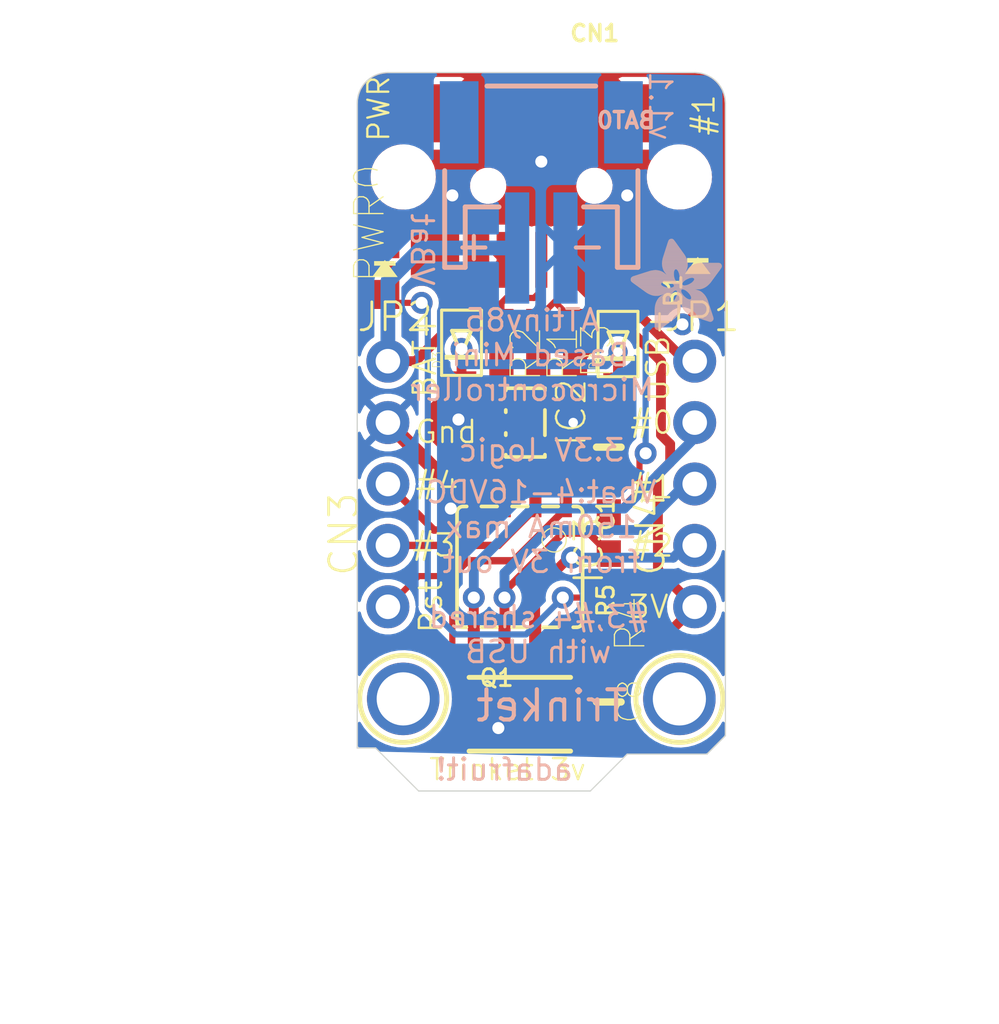
<source format=kicad_pcb>
(kicad_pcb (version 20221018) (generator pcbnew)
  (layers (0 "F.Cu" signal) (1 "In1.Cu" signal) (2 "In2.Cu" signal) (3 "In3.Cu" signal) (4 "In4.Cu" signal) (5 "In5.Cu" signal) (6 "In6.Cu" signal) (7 "In7.Cu" signal) (8 "In8.Cu" signal) (9 "In9.Cu" signal) (10 "In10.Cu" signal) (11 "In11.Cu" signal) (12 "In12.Cu" signal) (13 "In13.Cu" signal) (14 "In14.Cu" signal) (31 "B.Cu" signal) (34 "B.Paste" user) (35 "F.Paste" user) (36 "B.SilkS" user "B.Silkscreen") (37 "F.SilkS" user "F.Silkscreen") (38 "B.Mask" user) (39 "F.Mask" user) (44 "Edge.Cuts" user))
  (net 0 "")
  (net 1 "GND")
  (net 2 "+3V3")
  (net 3 "D+")
  (net 4 "D-")
  (net 5 "VBUS")
  (net 6 "B0")
  (net 7 "B2")
  (net 8 "B1")
  (net 9 "N$6")
  (net 10 "VBAT")
  (net 11 "N$7")
  (net 12 "RESET")
  (net 13 "B3")
  (net 14 "B4")
  (net 15 "N$1")
  (footprint "working:SOD-123FL" (layer "F.Cu") (at 151.6761 101.3714 90)
    (fp_text reference "D2" (at -1.1 -1 90) (layer "F.SilkS") (effects (font (size 0.376489 0.376489) (thickness 0.029911)) (justify left)))
    (fp_text value "SCHOTTKY")
    (pad "A" smd rect (at 1.6375 0 90) (size 0.91 1.22) (layers "F.Cu" "F.Paste" "F.Mask") (net 5 "VBUS"))
    (pad "C" smd rect (at -1.6375 0 90) (size 0.91 1.22) (layers "F.Cu" "F.Paste" "F.Mask") (net 11 "N$7"))
  )
  (footprint "working:0603-NO" (layer "F.Cu") (at 151.2951 109.1946 -90)
    (fp_text reference "R5" (at 2.032 0.127 90) (layer "F.SilkS") (effects (font (size 0.692831 0.692831) (thickness 0.119969)) (justify right)))
    (fp_text value "470 (0603)")
    (pad "1" smd rect (at -0.85 0 270) (size 1.1 1) (layers "F.Cu" "F.Paste" "F.Mask") (net 15 "N$1"))
    (pad "2" smd rect (at 0.85 0 270) (size 1.1 1) (layers "F.Cu" "F.Paste" "F.Mask") (net 8 "B1"))
  )
  (footprint "working:1X04-CLEANBIG" (layer "F.Cu") (at 142.1511 108.4326 90)
    (fp_text reference "CN3" (at -2.6162 -1.8288 90) (layer "F.SilkS") (effects (font (size 1.1557 1.1557) (thickness 0.1143)) (justify left)))
    (fp_text value "1X4-CLEANBIG" hide)
    (pad "1" thru_hole circle (at -3.81 0 180) (size 1.778 1.778) (drill 1.016) (layers "*.Cu" "*.Mask") (net 12 "RESET"))
    (pad "2" thru_hole circle (at -1.27 0 180) (size 1.778 1.778) (drill 1.016) (layers "*.Cu" "*.Mask") (net 13 "B3"))
    (pad "3" thru_hole circle (at 1.27 0 180) (size 1.778 1.778) (drill 1.016) (layers "*.Cu" "*.Mask") (net 14 "B4"))
    (pad "4" thru_hole circle (at 3.81 0 180) (size 1.778 1.778) (drill 1.016) (layers "*.Cu" "*.Mask") (net 1 "GND"))
  )
  (footprint "working:0603-NO" (layer "F.Cu") (at 149.8981 101.3206 -90)
    (fp_text reference "R3" (at -0.889 -0.889 90) (layer "F.SilkS") (effects (font (size 1.21668 1.21668) (thickness 0.05332)) (justify right)))
    (fp_text value "1.5K (0603)")
    (pad "1" smd rect (at -0.85 0 270) (size 1.1 1) (layers "F.Cu" "F.Paste" "F.Mask") (net 4 "D-"))
    (pad "2" smd rect (at 0.85 0 270) (size 1.1 1) (layers "F.Cu" "F.Paste" "F.Mask") (net 2 "+3V3"))
  )
  (footprint "working:USB-MINIB" (layer "F.Cu") (at 148.5011 93.8276 180)
    (fp_text reference "CN1" (at -3.31 5.699 180) (layer "F.SilkS") (effects (font (size 0.666496 0.666496) (thickness 0.146304)) (justify right top)))
    (fp_text value "")
    (pad "" np_thru_hole circle (at -2.2 -1 180) (size 1 1) (drill 1) (layers "*.Cu" "*.Mask"))
    (pad "" np_thru_hole circle (at 2.2 -1 180) (size 1 1) (drill 1) (layers "*.Cu" "*.Mask"))
    (pad "D+" smd rect (at 0 -4.064) (size 0.5 2.308) (layers "F.Cu" "F.Paste" "F.Mask") (net 3 "D+"))
    (pad "D-" smd rect (at -0.8 -4.064) (size 0.5 2.308) (layers "F.Cu" "F.Paste" "F.Mask") (net 4 "D-"))
    (pad "GND" smd rect (at 1.6 -4.064) (size 0.5 2.308) (layers "F.Cu" "F.Paste" "F.Mask") (net 1 "GND"))
    (pad "GND1" smd rect (at -4.4 2 180) (size 2 2.4) (layers "F.Cu" "F.Paste" "F.Mask") (net 1 "GND"))
    (pad "GND2" smd rect (at -4.4 -3.5 180) (size 2 2.4) (layers "F.Cu" "F.Paste" "F.Mask") (net 1 "GND"))
    (pad "GND3" smd rect (at 4.4 -3.5 180) (size 2 2.4) (layers "F.Cu" "F.Paste" "F.Mask") (net 1 "GND"))
    (pad "GND4" smd rect (at 4.4 2 180) (size 2 2.4) (layers "F.Cu" "F.Paste" "F.Mask") (net 1 "GND"))
    (pad "ID" smd rect (at 0.8 -4.064) (size 0.5 2.308) (layers "F.Cu" "F.Paste" "F.Mask"))
    (pad "VBUS" smd rect (at -1.6 -4.064) (size 0.5 2.308) (layers "F.Cu" "F.Paste" "F.Mask") (net 5 "VBUS"))
  )
  (footprint "working:0805-NO" (layer "F.Cu") (at 151.2951 116.1796 -90)
    (fp_text reference "C8" (at -1 -0.875 90) (layer "F.SilkS") (effects (font (size 0.96268 0.96268) (thickness 0.05332)) (justify right)))
    (fp_text value "10uF")
    (pad "1" smd rect (at -0.95 0 270) (size 1.3 1.5) (layers "F.Cu" "F.Paste" "F.Mask") (net 2 "+3V3"))
    (pad "2" smd rect (at 0.95 0 270) (size 1.3 1.5) (layers "F.Cu" "F.Paste" "F.Mask") (net 1 "GND"))
  )
  (footprint "working:MOUNTINGHOLE_2.0_PLATED" (layer "F.Cu") (at 154.2161 116.0526)
    (fp_text reference "U$9" hide)
    (fp_text value "MOUNTINGHOLE2.0" hide)
    (pad "P$1" thru_hole circle (at 0 0) (size 3 3) (drill 2.2) (layers "*.Cu" "*.Mask"))
    (zone (net 0) (net_name "") (layer "F.Cu") (connect_pads (clearance 0)) (min_thickness 0.25)
      (keepout (tracks not_allowed) (vias not_allowed) (pads not_allowed) (copperpour not_allowed) (footprints allowed))
      (fill (thermal_gap 0.5) (thermal_bridge_width 0.5))
      (polygon (pts (xy 156.2321 116.0526) (xy 156.21248 115.772027) (xy 156.154004 115.496915) (xy 156.057808 115.232619) (xy 155.925765 114.984283) (xy 155.760446 114.75674) (xy 155.565067 114.55442) (xy 155.343433 114.38126) (xy 155.099856 114.240631) (xy 154.839078 114.13527) (xy 154.566175 114.067228) (xy 154.286457 114.037828) (xy 154.005371 114.047644) (xy 153.728385 114.096484) (xy 153.460893 114.183397) (xy 153.2081 114.306693) (xy 152.974926 114.46397) (xy 152.765911 114.652169) (xy 152.585122 114.867625) (xy 152.436078 115.106145) (xy 152.32168 115.363087) (xy 152.244154 115.63345) (xy 152.205011 115.911971) (xy 152.205011 116.193229) (xy 152.244154 116.47175) (xy 152.32168 116.742113) (xy 152.436078 116.999055) (xy 152.585122 117.237575) (xy 152.765911 117.453031) (xy 152.974926 117.64123) (xy 153.2081 117.798507) (xy 153.460893 117.921803) (xy 153.728385 118.008716) (xy 154.005371 118.057556) (xy 154.286457 118.067372) (xy 154.566175 118.037972) (xy 154.839078 117.96993) (xy 155.099856 117.864569) (xy 155.343433 117.72394) (xy 155.565067 117.55078) (xy 155.760446 117.34846) (xy 155.925765 117.120917) (xy 156.057808 116.872581) (xy 156.154004 116.608285) (xy 156.21248 116.333173)))
      (polygon (pts (xy 154.2001 116.0526) (xy 154.204786 116.063914) (xy 154.2161 116.0686) (xy 154.227414 116.063914) (xy 154.2321 116.0526) (xy 154.227414 116.041286) (xy 154.2161 116.0366) (xy 154.204786 116.041286)))
    )
    (zone (net 0) (net_name "") (layer "B.Cu") (connect_pads (clearance 0)) (min_thickness 0.25)
      (keepout (tracks not_allowed) (vias not_allowed) (pads not_allowed) (copperpour not_allowed) (footprints allowed))
      (fill (thermal_gap 0.5) (thermal_bridge_width 0.5))
      (polygon (pts (xy 156.2321 116.0526) (xy 156.21248 115.772027) (xy 156.154004 115.496915) (xy 156.057808 115.232619) (xy 155.925765 114.984283) (xy 155.760446 114.75674) (xy 155.565067 114.55442) (xy 155.343433 114.38126) (xy 155.099856 114.240631) (xy 154.839078 114.13527) (xy 154.566175 114.067228) (xy 154.286457 114.037828) (xy 154.005371 114.047644) (xy 153.728385 114.096484) (xy 153.460893 114.183397) (xy 153.2081 114.306693) (xy 152.974926 114.46397) (xy 152.765911 114.652169) (xy 152.585122 114.867625) (xy 152.436078 115.106145) (xy 152.32168 115.363087) (xy 152.244154 115.63345) (xy 152.205011 115.911971) (xy 152.205011 116.193229) (xy 152.244154 116.47175) (xy 152.32168 116.742113) (xy 152.436078 116.999055) (xy 152.585122 117.237575) (xy 152.765911 117.453031) (xy 152.974926 117.64123) (xy 153.2081 117.798507) (xy 153.460893 117.921803) (xy 153.728385 118.008716) (xy 154.005371 118.057556) (xy 154.286457 118.067372) (xy 154.566175 118.037972) (xy 154.839078 117.96993) (xy 155.099856 117.864569) (xy 155.343433 117.72394) (xy 155.565067 117.55078) (xy 155.760446 117.34846) (xy 155.925765 117.120917) (xy 156.057808 116.872581) (xy 156.154004 116.608285) (xy 156.21248 116.333173)))
      (polygon (pts (xy 154.2001 116.0526) (xy 154.204786 116.063914) (xy 154.2161 116.0686) (xy 154.227414 116.063914) (xy 154.2321 116.0526) (xy 154.227414 116.041286) (xy 154.2161 116.0366) (xy 154.204786 116.041286)))
    )
  )
  (footprint "working:FIDUCIAL_1MM" (layer "F.Cu") (at 148.0566 116.4336)
    (fp_text reference "U$6" hide)
    (fp_text value "FIDUCIAL" hide)
    (pad "1" smd roundrect (at 0 0) (size 1 1) (layers "F.Cu") (roundrect_rratio 0.5))
    (zone (net 0) (net_name "") (layer "F.Cu") (connect_pads (clearance 0)) (min_thickness 0.25)
      (keepout (tracks not_allowed) (vias not_allowed) (pads not_allowed) (copperpour not_allowed) (footprints allowed))
      (fill (thermal_gap 0.5) (thermal_bridge_width 0.5))
      (polygon (pts (xy 147.0566 116.4336) (xy 147.0566 116.4336) (xy 147.075815 116.62869) (xy 147.13272 116.816283) (xy 147.22513 116.98917) (xy 147.349493 117.140707) (xy 147.50103 117.26507) (xy 147.673917 117.35748) (xy 148.0566 117.4336) (xy 148.0566 117.4336) (xy 148.25169 117.414385) (xy 148.439283 117.35748) (xy 148.61217 117.26507) (xy 148.763707 117.140707) (xy 148.88807 116.98917) (xy 148.98048 116.816283) (xy 149.0566 116.4336) (xy 149.0566 116.4336) (xy 149.037385 116.23851) (xy 148.98048 116.050917) (xy 148.88807 115.87803) (xy 148.763707 115.726493) (xy 148.61217 115.60213) (xy 148.439283 115.50972) (xy 148.0566 115.4336) (xy 148.0566 115.4336) (xy 147.86151 115.452815) (xy 147.673917 115.50972) (xy 147.50103 115.60213) (xy 147.349493 115.726493) (xy 147.22513 115.87803) (xy 147.13272 116.050917)))
    )
  )
  (footprint "working:CHIPLED_0805_NOOUTLINE" (layer "F.Cu") (at 142.0241 98.2726)
    (fp_text reference "PWR0" (at -0.635 0.635 90) (layer "F.SilkS") (effects (font (size 1.21668 1.21668) (thickness 0.05332)) (justify left)))
    (fp_text value "green")
    (pad "A" smd rect (at 0 1.05) (size 1.2 1.2) (layers "F.Cu" "F.Paste" "F.Mask") (net 9 "N$6"))
    (pad "C" smd rect (at 0 -1.05) (size 1.2 1.2) (layers "F.Cu" "F.Paste" "F.Mask") (net 1 "GND"))
  )
  (footprint "working:CHIPLED_0805_NOOUTLINE" (layer "F.Cu") (at 154.9781 98.1456)
    (fp_text reference "B1" (at -1.016 1.778 90) (layer "F.SilkS") (effects (font (size 0.692831 0.692831) (thickness 0.119969)) (justify left)))
    (fp_text value "red")
    (pad "A" smd rect (at 0 1.05) (size 1.2 1.2) (layers "F.Cu" "F.Paste" "F.Mask") (net 15 "N$1"))
    (pad "C" smd rect (at 0 -1.05) (size 1.2 1.2) (layers "F.Cu" "F.Paste" "F.Mask") (net 1 "GND"))
  )
  (footprint "working:0603-NO" (layer "F.Cu") (at 151.2951 112.6236 -90)
    (fp_text reference "R4" (at -0.889 -0.889 90) (layer "F.SilkS") (effects (font (size 1.21668 1.21668) (thickness 0.05332)) (justify right)))
    (fp_text value "470 (0603)")
    (pad "1" smd rect (at -0.85 0 270) (size 1.1 1) (layers "F.Cu" "F.Paste" "F.Mask") (net 9 "N$6"))
    (pad "2" smd rect (at 0.85 0 270) (size 1.1 1) (layers "F.Cu" "F.Paste" "F.Mask") (net 2 "+3V3"))
  )
  (footprint "working:1X01-CLEANBIG" (layer "F.Cu") (at 154.8511 102.0826)
    (fp_text reference "JP1" (at -1.3462 -1.8288) (layer "F.SilkS") (effects (font (size 1.1557 1.1557) (thickness 0.1143)) (justify left)))
    (fp_text value "")
    (pad "1" thru_hole circle (at 0 0) (size 1.778 1.778) (drill 1.016) (layers "*.Cu" "*.Mask") (net 5 "VBUS"))
  )
  (footprint "working:BTN_KMR2_4.6X2.8" (layer "F.Cu") (at 147.6121 116.6876)
    (fp_text reference "Q1" (at -1.732 -1.503) (layer "F.SilkS") (effects (font (size 0.692831 0.692831) (thickness 0.119969)) (justify left)))
    (fp_text value "reset")
    (pad "A" smd rect (at 2.05 -0.8) (size 0.9 1) (layers "F.Cu" "F.Paste" "F.Mask") (net 12 "RESET"))
    (pad "A'" smd rect (at -2.05 -0.8) (size 0.9 1) (layers "F.Cu" "F.Paste" "F.Mask") (net 12 "RESET"))
    (pad "B" smd rect (at 2.05 0.8) (size 0.9 1) (layers "F.Cu" "F.Paste" "F.Mask") (net 1 "GND"))
    (pad "B'" smd rect (at -2.05 0.8) (size 0.9 1) (layers "F.Cu" "F.Paste" "F.Mask") (net 1 "GND"))
  )
  (footprint "working:0603-NO" (layer "F.Cu") (at 146.8501 101.3206 -90)
    (fp_text reference "R2" (at -0.762 -1.016 90) (layer "F.SilkS") (effects (font (size 1.21668 1.21668) (thickness 0.05332)) (justify right)))
    (fp_text value "68 (0603)")
    (pad "1" smd rect (at -0.85 0 270) (size 1.1 1) (layers "F.Cu" "F.Paste" "F.Mask") (net 3 "D+"))
    (pad "2" smd rect (at 0.85 0 270) (size 1.1 1) (layers "F.Cu" "F.Paste" "F.Mask") (net 14 "B4"))
  )
  (footprint "working:SOT23-5L" (layer "F.Cu") (at 147.8407 104.6226 -90)
    (fp_text reference "IC2" (at -1.905 -1.905 90) (layer "F.SilkS") (effects (font (size 1.176528 1.176528) (thickness 0.093472)) (justify right)))
    (fp_text value "MIC5225-3.3v")
    (pad "1" smd rect (at -0.95 1.3 270) (size 0.55 1.2) (layers "F.Cu" "F.Paste" "F.Mask") (net 11 "N$7"))
    (pad "2" smd rect (at 0 1.3 270) (size 0.55 1.2) (layers "F.Cu" "F.Paste" "F.Mask") (net 1 "GND"))
    (pad "3" smd rect (at 0.95 1.3 270) (size 0.55 1.2) (layers "F.Cu" "F.Paste" "F.Mask") (net 11 "N$7"))
    (pad "4" smd rect (at 0.95 -1.3 270) (size 0.55 1.2) (layers "F.Cu" "F.Paste" "F.Mask"))
    (pad "5" smd rect (at -0.95 -1.3 270) (size 0.55 1.2) (layers "F.Cu" "F.Paste" "F.Mask") (net 2 "+3V3"))
  )
  (footprint "working:SOIC8" (layer "F.Cu") (at 147.6121 110.5916 180)
    (fp_text reference "IC3" (at -2.8575 2.159 90) (layer "F.SilkS") (effects (font (size 1.1557 1.1557) (thickness 0.1143)) (justify right)))
    (fp_text value "ATTINY85-20S")
    (pad "1" smd rect (at -1.905 3.154 180) (size 0.5 2.2) (layers "F.Cu" "F.Paste" "F.Mask") (net 12 "RESET"))
    (pad "2" smd rect (at -0.645 3.154 180) (size 0.5 2.2) (layers "F.Cu" "F.Paste" "F.Mask") (net 13 "B3"))
    (pad "3" smd rect (at 0.625 3.154 180) (size 0.5 2.2) (layers "F.Cu" "F.Paste" "F.Mask") (net 14 "B4"))
    (pad "4" smd rect (at 1.895 3.154 180) (size 0.5 2.2) (layers "F.Cu" "F.Paste" "F.Mask") (net 1 "GND"))
    (pad "5" smd rect (at 1.905 -3.154 180) (size 0.5 2.2) (layers "F.Cu" "F.Paste" "F.Mask") (net 6 "B0"))
    (pad "6" smd rect (at 0.635 -3.154 180) (size 0.5 2.2) (layers "F.Cu" "F.Paste" "F.Mask") (net 8 "B1"))
    (pad "7" smd rect (at -0.635 -3.154 180) (size 0.5 2.2) (layers "F.Cu" "F.Paste" "F.Mask") (net 7 "B2"))
    (pad "8" smd rect (at -1.905 -3.154 180) (size 0.5 2.2) (layers "F.Cu" "F.Paste" "F.Mask") (net 2 "+3V3"))
  )
  (footprint "working:1X04-CLEANBIG" (layer "F.Cu") (at 154.8511 108.4326 90)
    (fp_text reference "CN4" (at -2.6162 -1.8288 90) (layer "F.SilkS") (effects (font (size 1.1557 1.1557) (thickness 0.1143)) (justify left)))
    (fp_text value "1X4-CLEANBIG" hide)
    (pad "1" thru_hole circle (at -3.81 0 180) (size 1.778 1.778) (drill 1.016) (layers "*.Cu" "*.Mask") (net 2 "+3V3"))
    (pad "2" thru_hole circle (at -1.27 0 180) (size 1.778 1.778) (drill 1.016) (layers "*.Cu" "*.Mask") (net 7 "B2"))
    (pad "3" thru_hole circle (at 1.27 0 180) (size 1.778 1.778) (drill 1.016) (layers "*.Cu" "*.Mask") (net 8 "B1"))
    (pad "4" thru_hole circle (at 3.81 0 180) (size 1.778 1.778) (drill 1.016) (layers "*.Cu" "*.Mask") (net 6 "B0"))
  )
  (footprint "working:SOD-123FL" (layer "F.Cu") (at 145.1991 101.3206 90)
    (fp_text reference "D3" (at -1.1 -1 90) (layer "F.SilkS") (effects (font (size 0.376489 0.376489) (thickness 0.029911)) (justify left)))
    (fp_text value "SCHOTTKY")
    (pad "A" smd rect (at 1.6375 0 90) (size 0.91 1.22) (layers "F.Cu" "F.Paste" "F.Mask") (net 10 "VBAT"))
    (pad "C" smd rect (at -1.6375 0 90) (size 0.91 1.22) (layers "F.Cu" "F.Paste" "F.Mask") (net 11 "N$7"))
  )
  (footprint "" (layer "F.Cu") (at 154.2161 94.4626)
    (fp_text reference "@HOLE1" hide)
    (fp_text value "" (at 0 0) (layer "F.SilkS") (effects (font (size 1.27 1.27))))
    (pad "" np_thru_hole circle (at 0 0) (size 2.2 2.2) (drill 2.2) (layers "*.Cu" "*.Mask"))
  )
  (footprint "working:0805-NO" (layer "F.Cu") (at 151.2951 105.6386 -90)
    (fp_text reference "C1" (at 2.032 0.127 90) (layer "F.SilkS") (effects (font (size 0.692831 0.692831) (thickness 0.119969)) (justify right)))
    (fp_text value "10uF")
    (pad "1" smd rect (at -0.95 0 270) (size 1.3 1.5) (layers "F.Cu" "F.Paste" "F.Mask") (net 11 "N$7"))
    (pad "2" smd rect (at 0.95 0 270) (size 1.3 1.5) (layers "F.Cu" "F.Paste" "F.Mask") (net 1 "GND"))
  )
  (footprint "working:1X01-CLEANBIG" (layer "F.Cu") (at 142.1511 102.0826)
    (fp_text reference "JP2" (at -1.3462 -1.8288) (layer "F.SilkS") (effects (font (size 1.1557 1.1557) (thickness 0.1143)) (justify left)))
    (fp_text value "")
    (pad "1" thru_hole circle (at 0 0) (size 1.778 1.778) (drill 1.016) (layers "*.Cu" "*.Mask") (net 10 "VBAT"))
  )
  (footprint "working:0603-NO" (layer "F.Cu") (at 148.3741 101.3206 -90)
    (fp_text reference "R1" (at -0.762 -1.016 90) (layer "F.SilkS") (effects (font (size 1.21668 1.21668) (thickness 0.05332)) (justify right)))
    (fp_text value "68 (0603)")
    (pad "1" smd rect (at -0.85 0 270) (size 1.1 1) (layers "F.Cu" "F.Paste" "F.Mask") (net 4 "D-"))
    (pad "2" smd rect (at 0.85 0 270) (size 1.1 1) (layers "F.Cu" "F.Paste" "F.Mask") (net 13 "B3"))
  )
  (footprint "working:FIDUCIAL_1MM" (layer "F.Cu") (at 148.5011 91.1606)
    (fp_text reference "U$1" hide)
    (fp_text value "FIDUCIAL" hide)
    (pad "1" smd roundrect (at 0 0) (size 1 1) (layers "F.Cu") (roundrect_rratio 0.5))
    (zone (net 0) (net_name "") (layer "F.Cu") (connect_pads (clearance 0)) (min_thickness 0.25)
      (keepout (tracks not_allowed) (vias not_allowed) (pads not_allowed) (copperpour not_allowed) (footprints allowed))
      (fill (thermal_gap 0.5) (thermal_bridge_width 0.5))
      (polygon (pts (xy 147.5011 91.1606) (xy 147.5011 91.1606) (xy 147.520315 91.35569) (xy 147.57722 91.543283) (xy 147.66963 91.71617) (xy 147.793993 91.867707) (xy 147.94553 91.99207) (xy 148.118417 92.08448) (xy 148.5011 92.1606) (xy 148.5011 92.1606) (xy 148.69619 92.141385) (xy 148.883783 92.08448) (xy 149.05667 91.99207) (xy 149.208207 91.867707) (xy 149.33257 91.71617) (xy 149.42498 91.543283) (xy 149.5011 91.1606) (xy 149.5011 91.1606) (xy 149.481885 90.96551) (xy 149.42498 90.777917) (xy 149.33257 90.60503) (xy 149.208207 90.453493) (xy 149.05667 90.32913) (xy 148.883783 90.23672) (xy 148.5011 90.1606) (xy 148.5011 90.1606) (xy 148.30601 90.179815) (xy 148.118417 90.23672) (xy 147.94553 90.32913) (xy 147.793993 90.453493) (xy 147.66963 90.60503) (xy 147.57722 90.777917)))
    )
  )
  (footprint "" (layer "F.Cu") (at 142.7861 94.4626)
    (fp_text reference "@HOLE0" hide)
    (fp_text value "" (at 0 0) (layer "F.SilkS") (effects (font (size 1.27 1.27))))
    (pad "" np_thru_hole circle (at 0 0) (size 2.2 2.2) (drill 2.2) (layers "*.Cu" "*.Mask"))
  )
  (footprint "working:MOUNTINGHOLE_2.0_PLATED" (layer "F.Cu") (at 142.7861 116.0526)
    (fp_text reference "U$8" hide)
    (fp_text value "MOUNTINGHOLE2.0" hide)
    (pad "P$1" thru_hole circle (at 0 0) (size 3 3) (drill 2.2) (layers "*.Cu" "*.Mask"))
    (zone (net 0) (net_name "") (layer "F.Cu") (connect_pads (clearance 0)) (min_thickness 0.25)
      (keepout (tracks not_allowed) (vias not_allowed) (pads not_allowed) (copperpour not_allowed) (footprints allowed))
      (fill (thermal_gap 0.5) (thermal_bridge_width 0.5))
      (polygon (pts (xy 144.8021 116.0526) (xy 144.78248 115.772027) (xy 144.724004 115.496915) (xy 144.627808 115.232619) (xy 144.495765 114.984283) (xy 144.330446 114.75674) (xy 144.135067 114.55442) (xy 143.913433 114.38126) (xy 143.669856 114.240631) (xy 143.409078 114.13527) (xy 143.136175 114.067228) (xy 142.856457 114.037828) (xy 142.575371 114.047644) (xy 142.298385 114.096484) (xy 142.030893 114.183397) (xy 141.7781 114.306693) (xy 141.544926 114.46397) (xy 141.335911 114.652169) (xy 141.155122 114.867625) (xy 141.006078 115.106145) (xy 140.89168 115.363087) (xy 140.814154 115.63345) (xy 140.775011 115.911971) (xy 140.775011 116.193229) (xy 140.814154 116.47175) (xy 140.89168 116.742113) (xy 141.006078 116.999055) (xy 141.155122 117.237575) (xy 141.335911 117.453031) (xy 141.544926 117.64123) (xy 141.7781 117.798507) (xy 142.030893 117.921803) (xy 142.298385 118.008716) (xy 142.575371 118.057556) (xy 142.856457 118.067372) (xy 143.136175 118.037972) (xy 143.409078 117.96993) (xy 143.669856 117.864569) (xy 143.913433 117.72394) (xy 144.135067 117.55078) (xy 144.330446 117.34846) (xy 144.495765 117.120917) (xy 144.627808 116.872581) (xy 144.724004 116.608285) (xy 144.78248 116.333173)))
      (polygon (pts (xy 142.7701 116.0526) (xy 142.774786 116.063914) (xy 142.7861 116.0686) (xy 142.797414 116.063914) (xy 142.8021 116.0526) (xy 142.797414 116.041286) (xy 142.7861 116.0366) (xy 142.774786 116.041286)))
    )
    (zone (net 0) (net_name "") (layer "B.Cu") (connect_pads (clearance 0)) (min_thickness 0.25)
      (keepout (tracks not_allowed) (vias not_allowed) (pads not_allowed) (copperpour not_allowed) (footprints allowed))
      (fill (thermal_gap 0.5) (thermal_bridge_width 0.5))
      (polygon (pts (xy 144.8021 116.0526) (xy 144.78248 115.772027) (xy 144.724004 115.496915) (xy 144.627808 115.232619) (xy 144.495765 114.984283) (xy 144.330446 114.75674) (xy 144.135067 114.55442) (xy 143.913433 114.38126) (xy 143.669856 114.240631) (xy 143.409078 114.13527) (xy 143.136175 114.067228) (xy 142.856457 114.037828) (xy 142.575371 114.047644) (xy 142.298385 114.096484) (xy 142.030893 114.183397) (xy 141.7781 114.306693) (xy 141.544926 114.46397) (xy 141.335911 114.652169) (xy 141.155122 114.867625) (xy 141.006078 115.106145) (xy 140.89168 115.363087) (xy 140.814154 115.63345) (xy 140.775011 115.911971) (xy 140.775011 116.193229) (xy 140.814154 116.47175) (xy 140.89168 116.742113) (xy 141.006078 116.999055) (xy 141.155122 117.237575) (xy 141.335911 117.453031) (xy 141.544926 117.64123) (xy 141.7781 117.798507) (xy 142.030893 117.921803) (xy 142.298385 118.008716) (xy 142.575371 118.057556) (xy 142.856457 118.067372) (xy 143.136175 118.037972) (xy 143.409078 117.96993) (xy 143.669856 117.864569) (xy 143.913433 117.72394) (xy 144.135067 117.55078) (xy 144.330446 117.34846) (xy 144.495765 117.120917) (xy 144.627808 116.872581) (xy 144.724004 116.608285) (xy 144.78248 116.333173)))
      (polygon (pts (xy 142.7701 116.0526) (xy 142.774786 116.063914) (xy 142.7861 116.0686) (xy 142.797414 116.063914) (xy 142.8021 116.0526) (xy 142.797414 116.041286) (xy 142.7861 116.0366) (xy 142.774786 116.041286)))
    )
  )
  (footprint "working:JSTPH2" (layer "B.Cu") (at 148.5011 93.7006 180)
    (fp_text reference "BAT0" (at -2.2225 1.9685) (layer "B.SilkS") (effects (font (size 0.666496 0.666496) (thickness 0.146304)) (justify right top mirror)))
    (fp_text value "")
    (pad "1" smd rect (at -1 -3.7 180) (size 1 4.6) (layers "B.Cu" "B.Paste" "B.Mask") (net 1 "GND"))
    (pad "2" smd rect (at 1 -3.7 180) (size 1 4.6) (layers "B.Cu" "B.Paste" "B.Mask") (net 10 "VBAT"))
    (pad "NC1" smd rect (at -3.4 1.5 90) (size 3.4 1.6) (layers "B.Cu" "B.Paste" "B.Mask"))
    (pad "NC2" smd rect (at 3.4 1.5 90) (size 3.4 1.6) (layers "B.Cu" "B.Paste" "B.Mask"))
  )
  (footprint "working:ADAFRUIT_3.5MM" (layer "B.Cu") (at 155.9941 100.8126 180)
    (fp_text reference "U$5" hide)
    (fp_text value "" hide)
  )
  (gr_line (start 142.1511 90.1446) (end 154.8511 90.1446) (stroke (width 0.05)) (layer "Edge.Cuts"))
  (gr_arc (start 140.8811 91.4146) (mid 141.253074 90.516574) (end 142.1511 90.1446) (stroke (width 0.05)) (layer "Edge.Cuts"))
  (gr_line (start 155.3591 118.3386) (end 152.0571 118.3386) (stroke (width 0.05)) (layer "Edge.Cuts"))
  (gr_line (start 143.4211 119.8626) (end 141.6431 118.0846) (stroke (width 0.05)) (layer "Edge.Cuts"))
  (gr_line (start 156.1211 117.5766) (end 155.3591 118.3386) (stroke (width 0.05)) (layer "Edge.Cuts"))
  (gr_arc (start 154.8511 90.1446) (mid 155.749126 90.516574) (end 156.1211 91.4146) (stroke (width 0.05)) (layer "Edge.Cuts"))
  (gr_line (start 141.6431 118.0846) (end 140.8811 118.0846) (stroke (width 0.05)) (layer "Edge.Cuts"))
  (gr_line (start 152.0571 118.3386) (end 150.5331 119.8626) (stroke (width 0.05)) (layer "Edge.Cuts"))
  (gr_line (start 150.5331 119.8626) (end 143.4211 119.8626) (stroke (width 0.05)) (layer "Edge.Cuts"))
  (gr_line (start 156.1211 91.4146) (end 156.1211 117.5766) (stroke (width 0.05)) (layer "Edge.Cuts"))
  (gr_line (start 140.8811 118.0846) (end 140.8811 91.4146) (stroke (width 0.05)) (layer "Edge.Cuts"))
  (gr_text "-" (at 151.2951 98.0186) (layer "B.SilkS") (effects (font (size 1.251712 1.251712) (thickness 0.170688)) (justify left bottom mirror)))
  (gr_text "Vbat:4-16VDC\n150mA max\nfrom 3V out" (at 148.5011 108.9406) (layer "B.SilkS") (effects (font (size 0.89408 0.89408) (thickness 0.12192)) (justify mirror)))
  (gr_text "ATtiny85\nBased Mini \nMicrocontroller" (at 148.1201 101.8286) (layer "B.SilkS") (effects (font (size 0.89408 0.89408) (thickness 0.12192)) (justify mirror)))
  (gr_text "3.3V logic" (at 148.5011 105.7656) (layer "B.SilkS") (effects (font (size 0.89408 0.89408) (thickness 0.12192)) (justify mirror)))
  (gr_text "adafruit!" (at 146.9771 118.9736) (layer "B.SilkS") (effects (font (size 0.89408 0.89408) (thickness 0.12192)) (justify mirror)))
  (gr_text "VBat" (at 143.0401 99.0346 -90) (layer "B.SilkS") (effects (font (size 0.89408 0.89408) (thickness 0.12192)) (justify left bottom mirror)))
  (gr_text "#3,#4 shared\nwith USB" (at 148.3741 113.3856) (layer "B.SilkS") (effects (font (size 0.89408 0.89408) (thickness 0.12192)) (justify mirror)))
  (gr_text "+" (at 146.5961 98.0186) (layer "B.SilkS") (effects (font (size 1.251712 1.251712) (thickness 0.170688)) (justify left bottom mirror)))
  (gr_text "v1.1" (at 153.9621 90.0176 -90) (layer "B.SilkS") (effects (font (size 0.9144 0.9144) (thickness 0.1016)) (justify right top mirror)))
  (gr_text "Trinket" (at 152.1841 117.0686) (layer "B.SilkS") (effects (font (size 1.251712 1.251712) (thickness 0.170688)) (justify left bottom mirror)))
  (gr_text "#1" (at 155.7401 92.8116 90) (layer "F.SilkS") (effects (font (size 0.86868 0.86868) (thickness 0.09652)) (justify left bottom)))
  (gr_text "#1" (at 153.0731 107.2896) (layer "F.SilkS") (effects (font (size 0.9144 0.9144) (thickness 0.1016))))
  (gr_text "3V" (at 152.9461 112.2426) (layer "F.SilkS") (effects (font (size 0.9144 0.9144) (thickness 0.1016))))
  (gr_text "#3" (at 144.0561 109.7026) (layer "F.SilkS") (effects (font (size 0.9144 0.9144) (thickness 0.1016))))
  (gr_text "#4" (at 144.1831 107.1626) (layer "F.SilkS") (effects (font (size 0.9144 0.9144) (thickness 0.1016))))
  (gr_text "#0" (at 153.0731 104.6226) (layer "F.SilkS") (effects (font (size 0.9144 0.9144) (thickness 0.1016))))
  (gr_text "BAT+" (at 143.6751 101.8286 90) (layer "F.SilkS") (effects (font (size 0.9144 0.9144) (thickness 0.1016))))
  (gr_text "#2" (at 153.0731 109.7026) (layer "F.SilkS") (effects (font (size 0.9144 0.9144) (thickness 0.1016))))
  (gr_text "USB+" (at 153.3271 101.8286 90) (layer "F.SilkS") (effects (font (size 0.9144 0.9144) (thickness 0.1016))))
  (gr_text "Rst" (at 143.9291 112.2426 90) (layer "F.SilkS") (effects (font (size 0.9144 0.9144) (thickness 0.1016))))
  (gr_text "Gnd" (at 144.5641 105.0036) (layer "F.SilkS") (effects (font (size 0.9144 0.9144) (thickness 0.1016))))
  (gr_text "PWR" (at 142.2781 93.0656 90) (layer "F.SilkS") (effects (font (size 0.86868 0.86868) (thickness 0.09652)) (justify left bottom)))
  (gr_text "Trinket 3v" (at 147.1041 118.9736) (layer "F.SilkS") (effects (font (size 0.86868 0.86868) (thickness 0.09652))))
  (segment (start 149.6621 117.4876) (end 150.9371 117.4876) (width 0.4064) (layer "F.Cu") (net 1))
  (segment (start 145.7171 106.7916) (end 145.7171 107.4376) (width 0.3048) (layer "F.Cu") (net 1))
  (segment (start 150.9371 117.4876) (end 151.2951 117.1296) (width 0.4064) (layer "F.Cu") (net 1))
  (segment (start 146.7231 117.2591) (end 146.7231 117.4876) (width 0.254) (layer "F.Cu") (net 1))
  (segment (start 145.7171 107.4376) (end 145.7171 107.6806) (width 0.3048) (layer "F.Cu") (net 1))
  (segment (start 149.5171 117.6326) (end 149.6621 117.4876) (width 0.254) (layer "F.Cu") (net 1))
  (segment (start 146.7231 117.4876) (end 146.8756 117.6401) (width 0.254) (layer "F.Cu") (net 1))
  (segment (start 145.5621 117.4876) (end 146.7231 117.4876) (width 0.254) (layer "F.Cu") (net 1))
  (segment (start 144.8916 108.0416) (end 144.7546 108.1786) (width 0.3048) (layer "F.Cu") (net 1))
  (segment (start 145.1991 104.6226) (end 145.0721 104.4956) (width 0.4064) (layer "F.Cu") (net 1))
  (segment (start 142.1511 104.6226) (end 144.1831 106.6546) (width 0.6096) (layer "F.Cu") (net 1))
  (segment (start 150.8481 106.5886) (end 151.2951 106.5886) (width 0.254) (layer "F.Cu") (net 1))
  (segment (start 144.1831 106.6546) (end 145.5801 106.6546) (width 0.6096) (layer "F.Cu") (net 1))
  (segment (start 145.5801 106.6546) (end 145.7171 106.7916) (width 0.3048) (layer "F.Cu") (net 1))
  (segment (start 146.8756 117.6401) (end 149.5171 117.6401) (width 0.254) (layer "F.Cu") (net 1))
  (segment (start 146.5407 104.6226) (end 145.1991 104.6226) (width 0.4064) (layer "F.Cu") (net 1))
  (segment (start 149.8219 104.6226) (end 150.1521 104.9528) (width 0.254) (layer "F.Cu") (net 1))
  (segment (start 145.7171 108.0416) (end 144.8916 108.0416) (width 0.3048) (layer "F.Cu") (net 1))
  (segment (start 150.1521 105.8926) (end 150.8481 106.5886) (width 0.254) (layer "F.Cu") (net 1))
  (segment (start 149.5171 117.6401) (end 149.5171 117.6326) (width 0.254) (layer "F.Cu") (net 1))
  (segment (start 145.7171 107.6806) (end 145.7171 108.0416) (width 0.4064) (layer "F.Cu") (net 1))
  (segment (start 150.1521 104.9528) (end 150.1521 105.8926) (width 0.254) (layer "F.Cu") (net 1))
  (via (at 145.0721 104.4956) (size 0.9064) (drill 0.5) (layers "F.Cu" "B.Cu") (net 1))
  (via (at 144.8181 95.2246) (size 0.9064) (drill 0.5) (layers "F.Cu" "B.Cu") (net 1))
  (via (at 149.8219 104.6226) (size 0.8001) (drill 0.3937) (layers "F.Cu" "B.Cu") (net 1))
  (via (at 144.7546 108.1786) (size 0.9064) (drill 0.5) (layers "F.Cu" "B.Cu") (net 1))
  (via (at 152.0571 95.2246) (size 0.9064) (drill 0.5) (layers "F.Cu" "B.Cu") (net 1))
  (via (at 146.7231 117.2591) (size 0.9064) (drill 0.5) (layers "F.Cu" "B.Cu") (net 1))
  (via (at 148.5011 93.8276) (size 0.9064) (drill 0.5) (layers "F.Cu" "B.Cu") (net 1))
  (segment (start 149.5171 113.7456) (end 151.2501 113.7456) (width 0.4064) (layer "F.Cu") (net 2))
  (segment (start 151.2501 115.1846) (end 151.2951 115.2296) (width 0.4064) (layer "F.Cu") (net 2))
  (segment (start 153.4541 105.1306) (end 153.8351 105.5116) (width 0.4064) (layer "F.Cu") (net 2))
  (segment (start 149.1407 103.6726) (end 149.8981 103.6726) (width 0.4064) (layer "F.Cu") (net 2))
  (segment (start 149.8981 102.1706) (end 151.3831 100.6856) (width 0.4064) (layer "F.Cu") (net 2))
  (segment (start 153.8351 106.2736) (end 153.3271 106.7816) (width 0.4064) (layer "F.Cu") (net 2))
  (segment (start 152.0571 100.6856) (end 151.3831 100.6856) (width 0.4064) (layer "F.Cu") (net 2))
  (segment (start 151.2951 113.7006) (end 151.2951 113.4736) (width 0.254) (layer "F.Cu") (net 2))
  (segment (start 153.4541 102.0826) (end 153.4541 105.1306) (width 0.4064) (layer "F.Cu") (net 2))
  (segment (start 151.2501 113.7456) (end 151.2501 115.1846) (width 0.4064) (layer "F.Cu") (net 2))
  (segment (start 153.8351 105.5116) (end 153.8351 106.2736) (width 0.4064) (layer "F.Cu") (net 2))
  (segment (start 151.2951 113.4736) (end 153.6201 113.4736) (width 0.4064) (layer "F.Cu") (net 2))
  (segment (start 153.4541 102.0826) (end 152.0571 100.6856) (width 0.4064) (layer "F.Cu") (net 2))
  (segment (start 151.2501 113.7456) (end 151.2951 113.7006) (width 0.254) (layer "F.Cu") (net 2))
  (segment (start 153.3271 106.7816) (end 153.3271 110.7186) (width 0.4064) (layer "F.Cu") (net 2))
  (segment (start 153.3271 110.7186) (end 154.8511 112.2426) (width 0.4064) (layer "F.Cu") (net 2))
  (segment (start 153.6201 113.4736) (end 154.8511 112.2426) (width 0.4064) (layer "F.Cu") (net 2))
  (segment (start 149.8981 103.6726) (end 149.8981 102.1706) (width 0.4064) (layer "F.Cu") (net 2))
  (segment (start 147.0533 99.4664) (end 146.8501 99.6696) (width 0.254) (layer "F.Cu") (net 3))
  (segment (start 148.1963 99.4664) (end 147.0533 99.4664) (width 0.254) (layer "F.Cu") (net 3))
  (segment (start 146.8501 99.6696) (end 146.8501 100.4706) (width 0.254) (layer "F.Cu") (net 3))
  (segment (start 148.5011 99.1616) (end 148.1963 99.4664) (width 0.254) (layer "F.Cu") (net 3))
  (segment (start 148.5011 99.1616) (end 148.5011 97.8916) (width 0.254) (layer "F.Cu") (net 3))
  (segment (start 149.3011 99.3776) (end 149.3011 97.8916) (width 0.254) (layer "F.Cu") (net 4))
  (segment (start 149.8981 100.4706) (end 149.1361 99.7086) (width 0.254) (layer "F.Cu") (net 4))
  (segment (start 149.1361 99.7086) (end 149.1361 99.5426) (width 0.254) (layer "F.Cu") (net 4))
  (segment (start 148.3741 100.3046) (end 148.3741 100.4706) (width 0.254) (layer "F.Cu") (net 4))
  (segment (start 149.1361 99.5426) (end 148.3741 100.3046) (width 0.254) (layer "F.Cu") (net 4))
  (segment (start 149.3011 99.3776) (end 149.1361 99.5426) (width 0.254) (layer "F.Cu") (net 4))
  (segment (start 154.4701 102.0826) (end 152.1214 99.7339) (width 0.4064) (layer "F.Cu") (net 5))
  (segment (start 154.8511 102.0826) (end 154.4701 102.0826) (width 0.4064) (layer "F.Cu") (net 5))
  (segment (start 150.1011 98.9626) (end 150.1011 97.8916) (width 0.4064) (layer "F.Cu") (net 5))
  (segment (start 152.1214 99.7339) (end 151.6761 99.7339) (width 0.4064) (layer "F.Cu") (net 5))
  (segment (start 150.1011 98.9626) (end 150.8724 99.7339) (width 0.4064) (layer "F.Cu") (net 5))
  (segment (start 150.8724 99.7339) (end 151.6761 99.7339) (width 0.4064) (layer "F.Cu") (net 5))
  (segment (start 145.7071 113.7456) (end 145.7071 111.8616) (width 0.4064) (layer "F.Cu") (net 6))
  (via (at 145.7071 111.8616) (size 0.9064) (drill 0.5) (layers "F.Cu" "B.Cu") (net 6))
  (segment (start 148.1201 108.1786) (end 151.9301 108.1786) (width 0.4064) (layer "B.Cu") (net 6))
  (segment (start 151.9301 108.1786) (end 154.8511 105.2576) (width 0.4064) (layer "B.Cu") (net 6))
  (segment (start 154.8511 104.7496) (end 154.8511 104.6226) (width 0.4064) (layer "B.Cu") (net 6))
  (segment (start 154.8511 105.2576) (end 154.8511 104.6226) (width 0.4064) (layer "B.Cu") (net 6))
  (segment (start 145.7071 111.8616) (end 145.7071 110.5916) (width 0.4064) (layer "B.Cu") (net 6))
  (segment (start 145.7071 110.5916) (end 148.1201 108.1786) (width 0.4064) (layer "B.Cu") (net 6))
  (segment (start 149.6441 110.2106) (end 149.7711 110.2106) (width 0.4064) (layer "F.Cu") (net 7))
  (segment (start 148.2471 113.7456) (end 148.2471 111.6076) (width 0.4064) (layer "F.Cu") (net 7))
  (segment (start 148.2471 111.6076) (end 149.6441 110.2106) (width 0.4064) (layer "F.Cu") (net 7))
  (via (at 149.7711 110.2106) (size 0.9064) (drill 0.5) (layers "F.Cu" "B.Cu") (net 7))
  (segment (start 153.9621 110.2106) (end 154.4701 109.7026) (width 0.4064) (layer "B.Cu") (net 7))
  (segment (start 154.4701 109.7026) (end 154.8511 109.7026) (width 0.4064) (layer "B.Cu") (net 7))
  (segment (start 149.7711 110.2106) (end 153.9621 110.2106) (width 0.4064) (layer "B.Cu") (net 7))
  (segment (start 151.2951 110.0176) (end 151.2951 110.0446) (width 0.3048) (layer "F.Cu") (net 8))
  (segment (start 149.3901 109.1946) (end 146.9771 111.6076) (width 0.3048) (layer "F.Cu") (net 8))
  (segment (start 146.9771 113.7456) (end 146.9771 111.8616) (width 0.4064) (layer "F.Cu") (net 8))
  (segment (start 146.9771 111.6076) (end 146.9771 111.8616) (width 0.3048) (layer "F.Cu") (net 8))
  (segment (start 150.4721 109.1946) (end 151.2951 110.0176) (width 0.3048) (layer "F.Cu") (net 8))
  (segment (start 150.4721 109.1946) (end 149.3901 109.1946) (width 0.3048) (layer "F.Cu") (net 8))
  (via (at 146.9771 111.8616) (size 0.9064) (drill 0.5) (layers "F.Cu" "B.Cu") (net 8))
  (segment (start 146.9771 111.8616) (end 146.9771 110.8456) (width 0.4064) (layer "B.Cu") (net 8))
  (segment (start 154.4701 107.1626) (end 154.8511 107.1626) (width 0.4064) (layer "B.Cu") (net 8))
  (segment (start 152.5651 109.0676) (end 154.4701 107.1626) (width 0.4064) (layer "B.Cu") (net 8))
  (segment (start 148.7551 109.0676) (end 152.5651 109.0676) (width 0.4064) (layer "B.Cu") (net 8))
  (segment (start 146.9771 110.8456) (end 148.7551 109.0676) (width 0.4064) (layer "B.Cu") (net 8))
  (segment (start 151.2071 111.8616) (end 151.2951 111.7736) (width 0.254) (layer "F.Cu") (net 9))
  (segment (start 142.0581 99.3226) (end 142.4051 99.6696) (width 0.254) (layer "F.Cu") (net 9))
  (segment (start 149.3901 111.8616) (end 151.2071 111.8616) (width 0.254) (layer "F.Cu") (net 9))
  (segment (start 142.4051 99.6696) (end 143.5481 99.6696) (width 0.254) (layer "F.Cu") (net 9))
  (segment (start 142.0241 99.3226) (end 142.0581 99.3226) (width 0.254) (layer "F.Cu") (net 9))
  (via (at 149.3901 111.8616) (size 0.9064) (drill 0.5) (layers "F.Cu" "B.Cu") (net 9))
  (via (at 143.5481 99.6696) (size 0.9064) (drill 0.5) (layers "F.Cu" "B.Cu") (net 9))
  (segment (start 143.8021 112.2426) (end 143.8021 99.9236) (width 0.254) (layer "B.Cu") (net 9))
  (segment (start 143.5481 99.6696) (end 143.8021 99.9236) (width 0.254) (layer "B.Cu") (net 9))
  (segment (start 147.8661 113.3856) (end 144.9451 113.3856) (width 0.254) (layer "B.Cu") (net 9))
  (segment (start 149.3901 111.8616) (end 147.8661 113.3856) (width 0.254) (layer "B.Cu") (net 9))
  (segment (start 144.9451 113.3856) (end 143.8021 112.2426) (width 0.254) (layer "B.Cu") (net 9))
  (segment (start 145.1991 100.1776) (end 145.1991 99.6831) (width 0.4064) (layer "F.Cu") (net 10))
  (segment (start 142.1511 102.0826) (end 143.2941 102.0826) (width 0.4064) (layer "F.Cu") (net 10))
  (segment (start 143.2941 102.0826) (end 145.1991 100.1776) (width 0.4064) (layer "F.Cu") (net 10))
  (segment (start 147.5011 97.4006) (end 143.5311 97.4006) (width 0.6096) (layer "B.Cu") (net 10))
  (segment (start 142.1511 98.7806) (end 142.1511 102.0826) (width 0.6096) (layer "B.Cu") (net 10))
  (segment (start 143.5311 97.4006) (end 142.1511 98.7806) (width 0.6096) (layer "B.Cu") (net 10))
  (segment (start 145.0856 102.9581) (end 145.1991 102.9581) (width 0.4064) (layer "F.Cu") (net 11))
  (segment (start 145.9136 103.6726) (end 145.1991 102.9581) (width 0.4064) (layer "F.Cu") (net 11))
  (segment (start 146.5407 105.5726) (end 144.4371 105.5726) (width 0.4064) (layer "F.Cu") (net 11))
  (segment (start 145.1991 102.9581) (end 145.1991 101.5746) (width 0.4064) (layer "F.Cu") (net 11))
  (segment (start 144.4371 105.5726) (end 144.0561 105.1916) (width 0.4064) (layer "F.Cu") (net 11))
  (segment (start 144.0561 105.1916) (end 144.0561 103.9876) (width 0.4064) (layer "F.Cu") (net 11))
  (segment (start 151.6761 104.3076) (end 151.2951 104.6886) (width 0.4064) (layer "F.Cu") (net 11))
  (segment (start 151.6761 101.7016) (end 151.6761 103.0089) (width 0.4064) (layer "F.Cu") (net 11))
  (segment (start 144.0561 103.9876) (end 145.0856 102.9581) (width 0.4064) (layer "F.Cu") (net 11))
  (segment (start 151.6761 103.0089) (end 151.6761 104.3076) (width 0.4064) (layer "F.Cu") (net 11))
  (segment (start 146.5407 103.6726) (end 145.9136 103.6726) (width 0.4064) (layer "F.Cu") (net 11))
  (via (at 151.6761 101.7016) (size 0.8001) (drill 0.3937) (layers "F.Cu" "B.Cu") (net 11))
  (via (at 145.1991 101.5746) (size 0.9064) (drill 0.5) (layers "F.Cu" "B.Cu") (net 11))
  (segment (start 151.1681 102.2096) (end 145.1991 102.2096) (width 0.4064) (layer "B.Cu") (net 11))
  (segment (start 145.1991 102.2096) (end 145.1991 101.5746) (width 0.4064) (layer "B.Cu") (net 11))
  (segment (start 151.1681 102.2096) (end 151.6761 101.7016) (width 0.4064) (layer "B.Cu") (net 11))
  (segment (start 149.5171 108.1786) (end 149.5171 107.4376) (width 0.3048) (layer "F.Cu") (net 12))
  (segment (start 146.2226 115.2271) (end 149.0016 115.2271) (width 0.254) (layer "F.Cu") (net 12))
  (segment (start 145.5621 115.8876) (end 144.8181 115.1436) (width 0.254) (layer "F.Cu") (net 12))
  (segment (start 145.5621 115.8876) (end 146.2226 115.2271) (width 0.254) (layer "F.Cu") (net 12))
  (segment (start 144.8181 110.9726) (end 143.4211 110.9726) (width 0.254) (layer "F.Cu") (net 12))
  (segment (start 144.8181 110.9726) (end 145.4531 110.3376) (width 0.3048) (layer "F.Cu") (net 12))
  (segment (start 143.4211 110.9726) (end 142.1511 112.2426) (width 0.254) (layer "F.Cu") (net 12))
  (segment (start 147.3581 110.3376) (end 149.5171 108.1786) (width 0.3048) (layer "F.Cu") (net 12))
  (segment (start 144.8181 115.1436) (end 144.8181 110.9726) (width 0.254) (layer "F.Cu") (net 12))
  (segment (start 149.0016 115.2271) (end 149.6621 115.8876) (width 0.254) (layer "F.Cu") (net 12))
  (segment (start 142.1511 112.2426) (end 142.2981 112.2426) (width 0.254) (layer "F.Cu") (net 12))
  (segment (start 145.4531 110.3376) (end 147.3581 110.3376) (width 0.3048) (layer "F.Cu") (net 12))
  (segment (start 148.2571 107.4376) (end 148.2571 108.1686) (width 0.254) (layer "F.Cu") (net 13))
  (segment (start 148.2571 108.1686) (end 146.7231 109.7026) (width 0.3048) (layer "F.Cu") (net 13))
  (segment (start 146.7231 109.7026) (end 142.1511 109.7026) (width 0.3048) (layer "F.Cu") (net 13))
  (segment (start 148.1201 103.2256) (end 148.3741 102.9716) (width 0.254) (layer "F.Cu") (net 13))
  (segment (start 148.2571 107.4376) (end 148.1201 107.3006) (width 0.254) (layer "F.Cu") (net 13))
  (segment (start 148.1201 107.3006) (end 148.1201 103.2256) (width 0.254) (layer "F.Cu") (net 13))
  (segment (start 148.3741 102.9716) (end 148.3741 102.1706) (width 0.254) (layer "F.Cu") (net 13))
  (segment (start 147.6121 103.1866) (end 147.6121 106.2736) (width 0.254) (layer "F.Cu") (net 14))
  (segment (start 146.9871 107.4376) (end 146.9871 108.4226) (width 0.3048) (layer "F.Cu") (net 14))
  (segment (start 146.9871 106.8986) (end 146.9871 107.4376) (width 0.254) (layer "F.Cu") (net 14))
  (segment (start 144.0561 109.0676) (end 142.1511 107.1626) (width 0.3048) (layer "F.Cu") (net 14))
  (segment (start 147.6121 106.2736) (end 146.9871 106.8986) (width 0.254) (layer "F.Cu") (net 14))
  (segment (start 146.3421 109.0676) (end 144.0561 109.0676) (width 0.3048) (layer "F.Cu") (net 14))
  (segment (start 146.8501 102.1706) (end 146.8501 102.4246) (width 0.254) (layer "F.Cu") (net 14))
  (segment (start 146.9871 108.4226) (end 146.3421 109.0676) (width 0.3048) (layer "F.Cu") (net 14))
  (segment (start 146.8501 102.4246) (end 147.6121 103.1866) (width 0.254) (layer "F.Cu") (net 14))
  (segment (start 152.5651 107.4166) (end 151.6371 108.3446) (width 0.254) (layer "F.Cu") (net 15))
  (segment (start 152.5651 106.1466) (end 152.8191 105.8926) (width 0.254) (layer "F.Cu") (net 15))
  (segment (start 154.9781 99.9236) (end 154.9781 99.1956) (width 0.254) (layer "F.Cu") (net 15))
  (segment (start 151.6371 108.3446) (end 151.2951 108.3446) (width 0.254) (layer "F.Cu") (net 15))
  (segment (start 154.9781 99.9236) (end 154.3431 100.5586) (width 0.254) (layer "F.Cu") (net 15))
  (segment (start 152.5651 107.4166) (end 152.5651 106.1466) (width 0.254) (layer "F.Cu") (net 15))
  (via (at 154.3431 100.5586) (size 0.9064) (drill 0.5) (layers "F.Cu" "B.Cu") (net 15))
  (via (at 152.8191 105.8926) (size 0.9064) (drill 0.5) (layers "F.Cu" "B.Cu") (net 15))
  (segment (start 153.0731 100.5586) (end 154.3431 100.5586) (width 0.254) (layer "B.Cu") (net 15))
  (segment (start 152.8191 100.8126) (end 153.0731 100.5586) (width 0.254) (layer "B.Cu") (net 15))
  (segment (start 152.8191 100.8126) (end 152.8191 105.8926) (width 0.254) (layer "B.Cu") (net 15))
  (zone (net 1) (net_name "GND") (layer "F.Cu") (priority 6) (connect_pads (clearance 0.000001)) (min_thickness 0.127) (fill yes (thermal_gap 0.304) (thermal_bridge_width 0.304))
    (polygon (pts (xy 156.1211 100.0506) (xy 141.0081 100.0506) (xy 141.0081 89.8906) (xy 156.1211 89.8906)))
  )
  (zone (net 1) (net_name "GND") (layer "B.Cu") (priority 6) (connect_pads (clearance 0.000001)) (min_thickness 0.127) (fill yes (thermal_gap 0.304) (thermal_bridge_width 0.304))
    (polygon (pts (xy 155.992984 90.274707) (xy 156.249284 118.595844) (xy 140.755216 118.208493) (xy 140.498916 89.887356)))
  )
)
</source>
